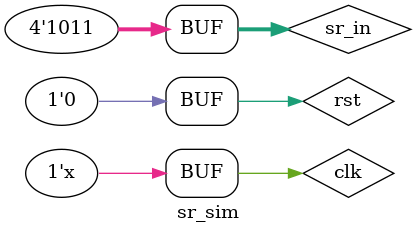
<source format=v>

`timescale 1ns / 1ps
`define CYCLE 10

module sr_sim;

	reg [4-1:0] sr_in;
	reg clk, rst;
	wire sr_out;

	
	sr #(4) sr_sim_1(
		.sr_in(sr_in),
		.clk(clk), 
		.rst(rst),
		.sr_out(sr_out)
	  );
	
	always
	begin
		#(`CYCLE/2) clk = ~ clk;
	end
	
	initial
	begin
					clk = 1;
					rst = 1;
					sr_in = 4'b1011;
		#(`CYCLE) rst = 0;
	end

endmodule

</source>
